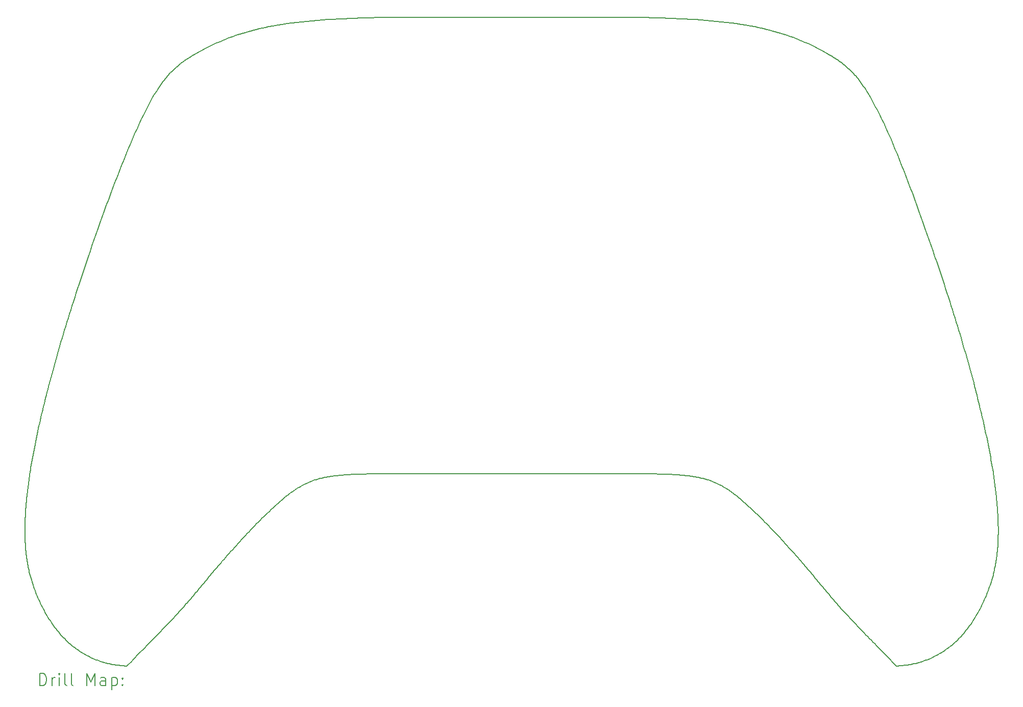
<source format=gbr>
%TF.GenerationSoftware,KiCad,Pcbnew,(6.0.10)*%
%TF.CreationDate,2024-03-15T22:27:44-04:00*%
%TF.ProjectId,RL2D,524c3244-2e6b-4696-9361-645f70636258,v0.6*%
%TF.SameCoordinates,Original*%
%TF.FileFunction,Drillmap*%
%TF.FilePolarity,Positive*%
%FSLAX45Y45*%
G04 Gerber Fmt 4.5, Leading zero omitted, Abs format (unit mm)*
G04 Created by KiCad (PCBNEW (6.0.10)) date 2024-03-15 22:27:44*
%MOMM*%
%LPD*%
G01*
G04 APERTURE LIST*
%ADD10C,0.200000*%
G04 APERTURE END LIST*
D10*
X6569091Y-11938975D02*
X6569020Y-11909967D01*
X6569137Y-11880850D01*
X6569439Y-11851620D01*
X6569925Y-11822277D01*
X6570595Y-11792816D01*
X6571447Y-11763235D01*
X6572481Y-11733532D01*
X6573694Y-11703705D01*
X6575086Y-11673750D01*
X6576656Y-11643665D01*
X6578403Y-11613447D01*
X6580325Y-11583095D01*
X6582422Y-11552605D01*
X6584692Y-11521975D01*
X6587134Y-11491202D01*
X6589747Y-11460284D01*
X6592530Y-11429218D01*
X6595481Y-11398002D01*
X6598601Y-11366633D01*
X6601886Y-11335108D01*
X6605337Y-11303426D01*
X6608953Y-11271582D01*
X6612731Y-11239576D01*
X6616671Y-11207404D01*
X6620772Y-11175064D01*
X6625033Y-11142552D01*
X6629452Y-11109868D01*
X6634029Y-11077007D01*
X6638762Y-11043968D01*
X6643650Y-11010748D01*
X6648693Y-10977344D01*
X6653888Y-10943755D01*
X11394624Y-11066164D02*
X11374560Y-11072550D01*
X11354726Y-11079218D01*
X11335108Y-11086173D01*
X11315691Y-11093418D01*
X11296460Y-11100957D01*
X11277402Y-11108795D01*
X11258502Y-11116935D01*
X11239744Y-11125383D01*
X11221115Y-11134142D01*
X11202600Y-11143216D01*
X11184185Y-11152609D01*
X11165855Y-11162327D01*
X11147594Y-11172372D01*
X11129390Y-11182750D01*
X11111227Y-11193463D01*
X11093091Y-11204518D01*
X11074967Y-11215916D01*
X11056841Y-11227664D01*
X11038698Y-11239765D01*
X11020524Y-11252223D01*
X11002304Y-11265042D01*
X10984024Y-11278227D01*
X10965668Y-11291782D01*
X10947223Y-11305710D01*
X10928675Y-11320017D01*
X10910007Y-11334706D01*
X10891207Y-11349782D01*
X10872259Y-11365248D01*
X10853149Y-11381109D01*
X10833862Y-11397369D01*
X10814384Y-11414033D01*
X10794700Y-11431103D01*
X19916428Y-4022419D02*
X19888069Y-4005709D01*
X19859121Y-3988991D01*
X19829576Y-3972280D01*
X19799424Y-3955589D01*
X19768659Y-3938933D01*
X19737270Y-3922326D01*
X19705250Y-3905782D01*
X19672590Y-3889315D01*
X19639281Y-3872939D01*
X19605315Y-3856669D01*
X19570684Y-3840517D01*
X19535378Y-3824499D01*
X19499390Y-3808629D01*
X19462711Y-3792920D01*
X19425332Y-3777387D01*
X19387245Y-3762044D01*
X19348441Y-3746905D01*
X19308912Y-3731984D01*
X19268649Y-3717295D01*
X19227644Y-3702852D01*
X19185889Y-3688670D01*
X19143374Y-3674762D01*
X19100091Y-3661143D01*
X19056032Y-3647826D01*
X19011187Y-3634827D01*
X18965550Y-3622158D01*
X18919111Y-3609834D01*
X18871861Y-3597869D01*
X18823792Y-3586277D01*
X18774896Y-3575073D01*
X18725164Y-3564270D01*
X18674588Y-3553882D01*
X18486273Y-11431103D02*
X18514151Y-11455651D01*
X18542432Y-11480966D01*
X18571088Y-11507014D01*
X18600090Y-11533758D01*
X18629411Y-11561161D01*
X18659023Y-11589188D01*
X18688897Y-11617803D01*
X18719007Y-11646969D01*
X18749323Y-11676650D01*
X18779819Y-11706810D01*
X18810466Y-11737413D01*
X18841236Y-11768423D01*
X18872101Y-11799803D01*
X18903034Y-11831518D01*
X18934006Y-11863531D01*
X18964989Y-11895806D01*
X18995956Y-11928307D01*
X19026879Y-11960998D01*
X19057729Y-11993842D01*
X19088480Y-12026804D01*
X19119101Y-12059848D01*
X19149567Y-12092936D01*
X19179849Y-12126034D01*
X19209919Y-12159104D01*
X19239748Y-12192111D01*
X19269310Y-12225019D01*
X19298576Y-12257791D01*
X19327519Y-12290392D01*
X19356110Y-12322784D01*
X19384321Y-12354933D01*
X19412124Y-12386801D01*
X19439493Y-12418354D01*
X22587443Y-12784614D02*
X22596043Y-12757497D01*
X22604271Y-12730490D01*
X22612134Y-12703585D01*
X22619638Y-12676777D01*
X22626791Y-12650058D01*
X22633598Y-12623423D01*
X22640068Y-12596865D01*
X22646207Y-12570378D01*
X22652021Y-12543954D01*
X22657517Y-12517588D01*
X22662703Y-12491273D01*
X22667585Y-12465003D01*
X22672169Y-12438770D01*
X22676463Y-12412569D01*
X22680474Y-12386394D01*
X22684208Y-12360237D01*
X22687672Y-12334092D01*
X22690873Y-12307953D01*
X22693818Y-12281813D01*
X22696513Y-12255666D01*
X22698966Y-12229505D01*
X22701183Y-12203324D01*
X22703171Y-12177116D01*
X22704936Y-12150875D01*
X22706487Y-12124594D01*
X22707828Y-12098267D01*
X22708968Y-12071888D01*
X22709914Y-12045449D01*
X22710671Y-12018945D01*
X22711246Y-11992369D01*
X22711648Y-11965714D01*
X22711881Y-11938975D01*
X13829378Y-10969709D02*
X13787517Y-10969525D01*
X13744827Y-10969322D01*
X13701358Y-10969103D01*
X13657156Y-10968871D01*
X13612271Y-10968630D01*
X13566752Y-10968382D01*
X13520647Y-10968130D01*
X13474003Y-10967878D01*
X13426871Y-10967628D01*
X13379297Y-10967384D01*
X13331332Y-10967149D01*
X13283022Y-10966926D01*
X13234418Y-10966718D01*
X13185566Y-10966528D01*
X13136516Y-10966359D01*
X13087317Y-10966214D01*
X13038015Y-10966096D01*
X12988662Y-10966009D01*
X12939303Y-10965955D01*
X12889989Y-10965938D01*
X12840767Y-10965961D01*
X12791686Y-10966026D01*
X12742795Y-10966137D01*
X12694142Y-10966297D01*
X12645775Y-10966509D01*
X12597744Y-10966776D01*
X12550095Y-10967102D01*
X12502879Y-10967488D01*
X12456143Y-10967939D01*
X12409936Y-10968457D01*
X12364307Y-10969046D01*
X12319303Y-10969709D01*
X21454251Y-14081241D02*
X21491952Y-14068212D01*
X21511011Y-14061148D01*
X21530193Y-14053716D01*
X21549488Y-14045912D01*
X21568884Y-14037735D01*
X21588371Y-14029183D01*
X21607938Y-14020253D01*
X21627573Y-14010943D01*
X21647265Y-14001252D01*
X21667004Y-13991176D01*
X21686779Y-13980715D01*
X21706577Y-13969865D01*
X21726390Y-13958625D01*
X21746204Y-13946992D01*
X21766010Y-13934964D01*
X21785796Y-13922540D01*
X21805551Y-13909716D01*
X21825265Y-13896491D01*
X21844925Y-13882863D01*
X21864522Y-13868830D01*
X21884044Y-13854389D01*
X21903480Y-13839538D01*
X21922819Y-13824275D01*
X21942050Y-13808598D01*
X21961162Y-13792505D01*
X21980144Y-13775994D01*
X21998985Y-13759062D01*
X22017674Y-13741707D01*
X22036199Y-13723928D01*
X22054551Y-13705722D01*
X22072717Y-13687086D01*
X22072717Y-13687086D02*
X22094084Y-13664348D01*
X22115167Y-13641023D01*
X22135962Y-13617133D01*
X22156461Y-13592703D01*
X22176659Y-13567756D01*
X22196550Y-13542316D01*
X22216130Y-13516406D01*
X22235391Y-13490049D01*
X22254329Y-13463269D01*
X22272937Y-13436090D01*
X22291210Y-13408535D01*
X22309143Y-13380627D01*
X22326729Y-13352390D01*
X22343963Y-13323847D01*
X22360839Y-13295023D01*
X22377351Y-13265940D01*
X22393494Y-13236622D01*
X22409262Y-13207092D01*
X22424649Y-13177374D01*
X22439650Y-13147492D01*
X22454259Y-13117468D01*
X22468470Y-13087327D01*
X22482277Y-13057092D01*
X22495675Y-13026786D01*
X22508659Y-12996433D01*
X22521221Y-12966056D01*
X22533357Y-12935679D01*
X22545061Y-12905326D01*
X22556328Y-12875019D01*
X22567150Y-12844782D01*
X22577524Y-12814640D01*
X22587443Y-12784614D01*
X12319303Y-10969709D02*
X12284457Y-10970284D01*
X12250023Y-10970916D01*
X12215998Y-10971615D01*
X12182380Y-10972392D01*
X12149166Y-10973255D01*
X12116353Y-10974217D01*
X12083938Y-10975285D01*
X12051918Y-10976471D01*
X12020291Y-10977784D01*
X11989053Y-10979234D01*
X11958202Y-10980832D01*
X11927735Y-10982587D01*
X11897649Y-10984510D01*
X11867941Y-10986610D01*
X11838608Y-10988898D01*
X11809648Y-10991382D01*
X11781058Y-10994075D01*
X11752834Y-10996985D01*
X11724974Y-11000122D01*
X11697476Y-11003497D01*
X11670336Y-11007119D01*
X11643551Y-11010999D01*
X11617118Y-11015146D01*
X11591036Y-11019571D01*
X11565300Y-11024283D01*
X11539908Y-11029293D01*
X11514858Y-11034611D01*
X11490146Y-11040246D01*
X11465769Y-11046209D01*
X11441725Y-11052510D01*
X11418011Y-11059158D01*
X11394624Y-11066164D01*
X9178582Y-13199528D02*
X9154784Y-13226000D01*
X9130744Y-13252516D01*
X9106456Y-13279094D01*
X9081911Y-13305753D01*
X9057101Y-13332510D01*
X9032018Y-13359384D01*
X9006653Y-13386394D01*
X8980999Y-13413558D01*
X8955047Y-13440895D01*
X8928789Y-13468422D01*
X8902217Y-13496158D01*
X8875322Y-13524122D01*
X8848098Y-13552332D01*
X8820534Y-13580806D01*
X8792625Y-13609563D01*
X8764360Y-13638621D01*
X8735732Y-13667999D01*
X8706733Y-13697715D01*
X8677355Y-13727787D01*
X8647589Y-13758233D01*
X8617428Y-13789073D01*
X8586862Y-13820324D01*
X8555885Y-13852006D01*
X8524488Y-13884135D01*
X8492662Y-13916731D01*
X8460400Y-13949813D01*
X8427693Y-13983398D01*
X8394534Y-14017504D01*
X8360913Y-14052151D01*
X8326823Y-14087357D01*
X8292257Y-14123140D01*
X8257204Y-14159518D01*
X21660972Y-7366000D02*
X21629762Y-7274547D01*
X21597967Y-7181954D01*
X21565618Y-7088371D01*
X21532748Y-6993949D01*
X21499389Y-6898839D01*
X21465573Y-6803192D01*
X21431331Y-6707158D01*
X21396695Y-6610888D01*
X21361698Y-6514533D01*
X21326372Y-6418243D01*
X21290748Y-6322171D01*
X21254858Y-6226465D01*
X21218735Y-6131278D01*
X21182410Y-6036759D01*
X21145915Y-5943060D01*
X21109283Y-5850331D01*
X21072544Y-5758723D01*
X21035732Y-5668388D01*
X20998878Y-5579475D01*
X20962013Y-5492135D01*
X20925171Y-5406520D01*
X20888383Y-5322779D01*
X20851680Y-5241065D01*
X20815096Y-5161527D01*
X20778661Y-5084316D01*
X20742408Y-5009584D01*
X20706368Y-4937480D01*
X20670574Y-4868156D01*
X20635058Y-4801763D01*
X20599852Y-4738450D01*
X20564987Y-4678370D01*
X20530495Y-4621673D01*
X8257204Y-14159518D02*
X8231274Y-14156915D01*
X8205323Y-14154260D01*
X8179330Y-14151498D01*
X8153269Y-14148575D01*
X8127118Y-14145438D01*
X8100853Y-14142031D01*
X8074450Y-14138301D01*
X8047886Y-14134193D01*
X8021136Y-14129654D01*
X7994178Y-14124629D01*
X7966987Y-14119064D01*
X7939541Y-14112904D01*
X7911814Y-14106096D01*
X7883785Y-14098586D01*
X7855428Y-14090319D01*
X7826722Y-14081241D01*
X15903565Y-3394869D02*
X15847349Y-3394975D01*
X15791710Y-3395094D01*
X15736700Y-3395224D01*
X15682368Y-3395366D01*
X15628765Y-3395518D01*
X15575941Y-3395680D01*
X15523946Y-3395850D01*
X15472831Y-3396027D01*
X15422645Y-3396212D01*
X15373439Y-3396402D01*
X15325263Y-3396597D01*
X15278167Y-3396796D01*
X15232202Y-3396999D01*
X15187418Y-3397203D01*
X15143864Y-3397409D01*
X15101593Y-3397616D01*
X15060652Y-3397822D01*
X15021093Y-3398027D01*
X14982967Y-3398230D01*
X14946322Y-3398429D01*
X14911210Y-3398625D01*
X14877681Y-3398816D01*
X14845784Y-3399001D01*
X14815571Y-3399179D01*
X14787091Y-3399350D01*
X14760395Y-3399513D01*
X14735532Y-3399666D01*
X14712554Y-3399809D01*
X14691510Y-3399941D01*
X14655426Y-3400168D01*
X14640486Y-3400262D01*
X9364545Y-4022419D02*
X9392904Y-4005709D01*
X9421851Y-3988991D01*
X9451397Y-3972280D01*
X9481548Y-3955589D01*
X9512314Y-3938933D01*
X9543702Y-3922326D01*
X9575723Y-3905782D01*
X9608383Y-3889315D01*
X9641691Y-3872939D01*
X9675657Y-3856669D01*
X9710289Y-3840517D01*
X9745594Y-3824499D01*
X9781582Y-3808629D01*
X9818262Y-3792920D01*
X9855640Y-3777387D01*
X9893728Y-3762044D01*
X9932531Y-3746905D01*
X9972060Y-3731984D01*
X10012323Y-3717295D01*
X10053328Y-3702852D01*
X10095084Y-3688670D01*
X10137599Y-3674762D01*
X10180882Y-3661143D01*
X10224941Y-3647826D01*
X10269785Y-3634827D01*
X10315422Y-3622158D01*
X10361862Y-3609834D01*
X10409111Y-3597869D01*
X10457180Y-3586277D01*
X10506076Y-3575073D01*
X10555808Y-3564270D01*
X10606385Y-3553882D01*
X7826722Y-14081241D02*
X7789020Y-14068212D01*
X7769961Y-14061148D01*
X7750779Y-14053716D01*
X7731485Y-14045912D01*
X7712088Y-14037735D01*
X7692601Y-14029183D01*
X7673035Y-14020253D01*
X7653400Y-14010943D01*
X7633707Y-14001252D01*
X7613968Y-13991176D01*
X7594194Y-13980715D01*
X7574395Y-13969865D01*
X7554583Y-13958625D01*
X7534768Y-13946992D01*
X7514962Y-13934964D01*
X7495176Y-13922540D01*
X7475421Y-13909716D01*
X7455708Y-13896491D01*
X7436047Y-13882863D01*
X7416450Y-13868830D01*
X7396928Y-13854389D01*
X7377492Y-13839538D01*
X7358153Y-13824275D01*
X7338922Y-13808598D01*
X7319810Y-13792505D01*
X7300828Y-13775994D01*
X7281987Y-13759062D01*
X7263299Y-13741707D01*
X7244773Y-13723928D01*
X7226422Y-13705722D01*
X7208256Y-13687086D01*
X9841480Y-12418354D02*
X9818199Y-12445339D01*
X9795248Y-12472069D01*
X9772609Y-12498554D01*
X9750268Y-12524803D01*
X9728207Y-12550824D01*
X9706410Y-12576625D01*
X9684860Y-12602217D01*
X9663542Y-12627607D01*
X9642438Y-12652805D01*
X9621533Y-12677819D01*
X9600809Y-12702658D01*
X9580251Y-12727331D01*
X9559842Y-12751847D01*
X9539566Y-12776214D01*
X9519406Y-12800442D01*
X9499346Y-12824540D01*
X9479369Y-12848515D01*
X9459459Y-12872378D01*
X9439600Y-12896136D01*
X9419776Y-12919799D01*
X9399969Y-12943375D01*
X9380164Y-12966874D01*
X9360344Y-12990303D01*
X9340492Y-13013673D01*
X9320593Y-13036991D01*
X9300629Y-13060267D01*
X9280585Y-13083510D01*
X9260444Y-13106727D01*
X9240190Y-13129929D01*
X9219805Y-13153124D01*
X9199275Y-13176320D01*
X9178582Y-13199528D01*
X14640486Y-10969709D02*
X14617633Y-10969773D01*
X14594767Y-10969837D01*
X14571873Y-10969900D01*
X14548936Y-10969961D01*
X14525942Y-10970021D01*
X14502875Y-10970080D01*
X14479721Y-10970135D01*
X14456466Y-10970189D01*
X14433094Y-10970239D01*
X14409590Y-10970286D01*
X14385941Y-10970329D01*
X14362130Y-10970368D01*
X14338144Y-10970402D01*
X14313967Y-10970431D01*
X14289585Y-10970456D01*
X14264983Y-10970474D01*
X14240147Y-10970487D01*
X14215060Y-10970493D01*
X14189710Y-10970493D01*
X14164080Y-10970485D01*
X14138157Y-10970470D01*
X14111924Y-10970448D01*
X14085369Y-10970417D01*
X14058475Y-10970377D01*
X14031228Y-10970329D01*
X14003614Y-10970271D01*
X13975617Y-10970204D01*
X13947223Y-10970126D01*
X13918417Y-10970038D01*
X13889184Y-10969940D01*
X13859509Y-10969830D01*
X13829378Y-10969709D01*
X8750477Y-4621673D02*
X8768860Y-4592630D01*
X8787141Y-4564577D01*
X8805336Y-4537480D01*
X8823459Y-4511308D01*
X8841527Y-4486028D01*
X8859554Y-4461608D01*
X8877557Y-4438015D01*
X8895550Y-4415217D01*
X8913549Y-4393181D01*
X8931569Y-4371876D01*
X8949626Y-4351269D01*
X8967735Y-4331327D01*
X8985912Y-4312018D01*
X9004171Y-4293311D01*
X9022529Y-4275171D01*
X9041000Y-4257568D01*
X9059600Y-4240468D01*
X9078345Y-4223840D01*
X9097249Y-4207651D01*
X9116328Y-4191869D01*
X9135598Y-4176460D01*
X9155074Y-4161394D01*
X9174771Y-4146637D01*
X9194705Y-4132158D01*
X9214891Y-4117923D01*
X9235345Y-4103901D01*
X9256081Y-4090059D01*
X9277116Y-4076365D01*
X9298464Y-4062786D01*
X9320141Y-4049290D01*
X9342163Y-4035845D01*
X9364545Y-4022419D01*
X22627084Y-10943755D02*
X22620609Y-10902945D01*
X22613915Y-10861864D01*
X22607003Y-10820515D01*
X22599875Y-10778901D01*
X22592534Y-10737026D01*
X22584982Y-10694892D01*
X22577219Y-10652504D01*
X22569249Y-10609865D01*
X22561074Y-10566978D01*
X22552694Y-10523846D01*
X22544113Y-10480474D01*
X22535331Y-10436864D01*
X22526352Y-10393020D01*
X22517176Y-10348946D01*
X22507806Y-10304645D01*
X22498244Y-10260119D01*
X22488492Y-10215374D01*
X22478552Y-10170411D01*
X22468425Y-10125235D01*
X22458113Y-10079849D01*
X22447619Y-10034256D01*
X22436945Y-9988460D01*
X22426091Y-9942465D01*
X22415062Y-9896273D01*
X22403857Y-9849888D01*
X22392479Y-9803313D01*
X22380931Y-9756553D01*
X22369214Y-9709610D01*
X22357329Y-9662487D01*
X22345280Y-9615189D01*
X22333067Y-9567719D01*
X22320693Y-9520079D01*
X10794700Y-11431103D02*
X10766821Y-11455651D01*
X10738540Y-11480966D01*
X10709885Y-11507014D01*
X10680883Y-11533758D01*
X10651562Y-11561161D01*
X10621950Y-11589188D01*
X10592075Y-11617803D01*
X10561966Y-11646969D01*
X10531649Y-11676650D01*
X10501153Y-11706810D01*
X10470506Y-11737413D01*
X10439736Y-11768423D01*
X10408871Y-11799803D01*
X10377939Y-11831518D01*
X10346966Y-11863531D01*
X10315983Y-11895806D01*
X10285016Y-11928307D01*
X10254093Y-11960998D01*
X10223243Y-11993842D01*
X10192493Y-12026804D01*
X10161871Y-12059848D01*
X10131405Y-12092936D01*
X10101124Y-12126034D01*
X10071054Y-12159104D01*
X10041224Y-12192111D01*
X10011662Y-12225019D01*
X9982396Y-12257791D01*
X9953454Y-12290392D01*
X9924863Y-12322784D01*
X9896652Y-12354933D01*
X9868848Y-12386801D01*
X9841480Y-12418354D01*
X6960279Y-9520079D02*
X6975893Y-9460591D01*
X6991761Y-9400824D01*
X7007889Y-9340756D01*
X7024284Y-9280363D01*
X7040953Y-9219624D01*
X7057903Y-9158516D01*
X7075141Y-9097017D01*
X7092675Y-9035102D01*
X7110510Y-8972751D01*
X7128654Y-8909940D01*
X7147113Y-8846647D01*
X7165896Y-8782849D01*
X7185008Y-8718523D01*
X7204456Y-8653647D01*
X7224249Y-8588198D01*
X7244391Y-8522154D01*
X7264891Y-8455491D01*
X7285756Y-8388188D01*
X7306992Y-8320222D01*
X7328606Y-8251570D01*
X7350605Y-8182209D01*
X7372996Y-8112116D01*
X7395786Y-8041270D01*
X7418982Y-7969648D01*
X7442591Y-7897226D01*
X7466620Y-7823983D01*
X7491076Y-7749895D01*
X7515966Y-7674941D01*
X7541296Y-7599097D01*
X7567074Y-7522340D01*
X7593306Y-7444649D01*
X7620000Y-7366000D01*
X6653888Y-10943755D02*
X6660363Y-10902945D01*
X6667058Y-10861864D01*
X6673970Y-10820515D01*
X6681097Y-10778901D01*
X6688438Y-10737026D01*
X6695991Y-10694892D01*
X6703753Y-10652504D01*
X6711723Y-10609865D01*
X6719899Y-10566978D01*
X6728278Y-10523846D01*
X6736860Y-10480474D01*
X6745641Y-10436864D01*
X6754621Y-10393020D01*
X6763796Y-10348946D01*
X6773166Y-10304645D01*
X6782728Y-10260119D01*
X6792480Y-10215374D01*
X6802421Y-10170411D01*
X6812548Y-10125235D01*
X6822859Y-10079849D01*
X6833353Y-10034256D01*
X6844028Y-9988460D01*
X6854881Y-9942465D01*
X6865911Y-9896273D01*
X6877115Y-9849888D01*
X6888493Y-9803313D01*
X6900041Y-9756553D01*
X6911759Y-9709610D01*
X6923643Y-9662487D01*
X6935693Y-9615189D01*
X6947905Y-9567719D01*
X6960279Y-9520079D01*
X20530495Y-4621673D02*
X20512112Y-4592630D01*
X20493831Y-4564577D01*
X20475637Y-4537480D01*
X20457513Y-4511308D01*
X20439446Y-4486028D01*
X20421418Y-4461608D01*
X20403416Y-4438015D01*
X20385422Y-4415217D01*
X20367423Y-4393181D01*
X20349403Y-4371876D01*
X20331346Y-4351269D01*
X20313237Y-4331327D01*
X20295060Y-4312018D01*
X20276801Y-4293311D01*
X20258444Y-4275171D01*
X20239972Y-4257568D01*
X20221372Y-4240468D01*
X20202628Y-4223840D01*
X20183723Y-4207651D01*
X20164644Y-4191869D01*
X20145374Y-4176460D01*
X20125898Y-4161394D01*
X20106201Y-4146637D01*
X20086267Y-4132158D01*
X20066081Y-4117923D01*
X20045627Y-4103901D01*
X20024891Y-4090059D01*
X20003856Y-4076365D01*
X19982508Y-4062786D01*
X19960831Y-4049290D01*
X19938809Y-4035845D01*
X19916428Y-4022419D01*
X20102390Y-13199528D02*
X20126189Y-13226000D01*
X20150228Y-13252516D01*
X20174516Y-13279094D01*
X20199061Y-13305753D01*
X20223871Y-13332510D01*
X20248955Y-13359384D01*
X20274319Y-13386394D01*
X20299974Y-13413558D01*
X20325926Y-13440895D01*
X20352184Y-13468422D01*
X20378756Y-13496158D01*
X20405650Y-13524122D01*
X20432875Y-13552332D01*
X20460438Y-13580806D01*
X20488348Y-13609563D01*
X20516613Y-13638621D01*
X20545240Y-13667999D01*
X20574239Y-13697715D01*
X20603618Y-13727787D01*
X20633383Y-13758233D01*
X20663545Y-13789073D01*
X20694110Y-13820324D01*
X20725087Y-13852006D01*
X20756485Y-13884135D01*
X20788310Y-13916731D01*
X20820572Y-13949813D01*
X20853279Y-13983398D01*
X20886439Y-14017504D01*
X20920059Y-14052151D01*
X20954149Y-14087357D01*
X20988716Y-14123140D01*
X21023768Y-14159518D01*
X7208256Y-13687086D02*
X7186888Y-13664348D01*
X7165805Y-13641023D01*
X7145011Y-13617133D01*
X7124512Y-13592703D01*
X7104314Y-13567756D01*
X7084422Y-13542316D01*
X7064843Y-13516406D01*
X7045581Y-13490049D01*
X7026644Y-13463269D01*
X7008035Y-13436090D01*
X6989762Y-13408535D01*
X6971829Y-13380627D01*
X6954243Y-13352390D01*
X6937009Y-13323847D01*
X6920133Y-13295023D01*
X6903621Y-13265940D01*
X6887478Y-13236622D01*
X6871710Y-13207092D01*
X6856323Y-13177374D01*
X6841322Y-13147492D01*
X6826713Y-13117468D01*
X6812502Y-13087327D01*
X6798695Y-13057092D01*
X6785297Y-13026786D01*
X6772314Y-12996433D01*
X6759751Y-12966056D01*
X6747615Y-12935679D01*
X6735911Y-12905326D01*
X6724645Y-12875019D01*
X6713822Y-12844782D01*
X6703448Y-12814640D01*
X6693530Y-12784614D01*
X7620000Y-7366000D02*
X7651210Y-7274547D01*
X7683005Y-7181954D01*
X7715354Y-7088371D01*
X7748224Y-6993949D01*
X7781583Y-6898839D01*
X7815400Y-6803192D01*
X7849642Y-6707158D01*
X7884277Y-6610888D01*
X7919274Y-6514533D01*
X7954600Y-6418243D01*
X7990224Y-6322171D01*
X8026114Y-6226465D01*
X8062237Y-6131278D01*
X8098562Y-6036759D01*
X8135057Y-5943060D01*
X8171690Y-5850331D01*
X8208428Y-5758723D01*
X8245240Y-5668388D01*
X8282095Y-5579475D01*
X8318959Y-5492135D01*
X8355801Y-5406520D01*
X8392590Y-5322779D01*
X8429292Y-5241065D01*
X8465877Y-5161527D01*
X8502312Y-5084316D01*
X8538565Y-5009584D01*
X8574604Y-4937480D01*
X8610398Y-4868156D01*
X8645914Y-4801763D01*
X8681121Y-4738450D01*
X8715986Y-4678370D01*
X8750477Y-4621673D01*
X21023768Y-14159518D02*
X21049699Y-14156915D01*
X21075649Y-14154260D01*
X21101642Y-14151498D01*
X21127703Y-14148575D01*
X21153854Y-14145438D01*
X21180119Y-14142031D01*
X21206522Y-14138301D01*
X21233087Y-14134193D01*
X21259836Y-14129654D01*
X21286794Y-14124629D01*
X21313985Y-14119064D01*
X21341432Y-14112904D01*
X21369158Y-14106096D01*
X21397187Y-14098586D01*
X21425544Y-14090319D01*
X21454251Y-14081241D01*
X22320693Y-9520079D02*
X22305079Y-9460591D01*
X22289211Y-9400824D01*
X22273084Y-9340756D01*
X22256689Y-9280363D01*
X22240019Y-9219624D01*
X22223069Y-9158516D01*
X22205831Y-9097017D01*
X22188298Y-9035102D01*
X22170463Y-8972751D01*
X22152319Y-8909940D01*
X22133859Y-8846647D01*
X22115077Y-8782849D01*
X22095964Y-8718523D01*
X22076516Y-8653647D01*
X22056724Y-8588198D01*
X22036581Y-8522154D01*
X22016081Y-8455491D01*
X21995216Y-8388188D01*
X21973981Y-8320222D01*
X21952367Y-8251570D01*
X21930368Y-8182209D01*
X21907976Y-8112116D01*
X21885186Y-8041270D01*
X21861990Y-7969648D01*
X21838381Y-7897226D01*
X21814352Y-7823983D01*
X21789896Y-7749895D01*
X21765007Y-7674941D01*
X21739676Y-7599097D01*
X21713899Y-7522340D01*
X21687666Y-7444649D01*
X21660972Y-7366000D01*
X16961669Y-10969709D02*
X16996515Y-10970284D01*
X17030950Y-10970916D01*
X17064974Y-10971615D01*
X17098592Y-10972392D01*
X17131806Y-10973255D01*
X17164619Y-10974217D01*
X17197034Y-10975285D01*
X17229054Y-10976471D01*
X17260681Y-10977784D01*
X17291919Y-10979234D01*
X17322770Y-10980832D01*
X17353237Y-10982587D01*
X17383323Y-10984510D01*
X17413031Y-10986610D01*
X17442364Y-10988898D01*
X17471324Y-10991382D01*
X17499914Y-10994075D01*
X17528138Y-10996985D01*
X17555998Y-11000122D01*
X17583496Y-11003497D01*
X17610637Y-11007119D01*
X17637422Y-11010999D01*
X17663854Y-11015146D01*
X17689936Y-11019571D01*
X17715672Y-11024283D01*
X17741064Y-11029293D01*
X17766114Y-11034611D01*
X17790826Y-11040246D01*
X17815203Y-11046209D01*
X17839247Y-11052510D01*
X17862961Y-11059158D01*
X17886348Y-11066164D01*
X13377407Y-3394869D02*
X13433624Y-3394975D01*
X13489262Y-3395094D01*
X13544272Y-3395224D01*
X13598604Y-3395366D01*
X13652207Y-3395518D01*
X13705031Y-3395680D01*
X13757026Y-3395850D01*
X13808142Y-3396027D01*
X13858328Y-3396212D01*
X13907534Y-3396402D01*
X13955710Y-3396597D01*
X14002805Y-3396796D01*
X14048770Y-3396999D01*
X14093555Y-3397203D01*
X14137108Y-3397409D01*
X14179380Y-3397616D01*
X14220320Y-3397822D01*
X14259879Y-3398027D01*
X14298006Y-3398230D01*
X14334650Y-3398429D01*
X14369762Y-3398625D01*
X14403291Y-3398816D01*
X14435188Y-3399001D01*
X14465401Y-3399179D01*
X14493881Y-3399350D01*
X14520577Y-3399513D01*
X14545440Y-3399666D01*
X14568418Y-3399809D01*
X14589462Y-3399941D01*
X14625546Y-3400168D01*
X14640486Y-3400262D01*
X14640486Y-10969709D02*
X14663339Y-10969773D01*
X14686205Y-10969837D01*
X14709099Y-10969900D01*
X14732036Y-10969961D01*
X14755030Y-10970021D01*
X14778097Y-10970080D01*
X14801251Y-10970135D01*
X14824506Y-10970189D01*
X14847878Y-10970239D01*
X14871382Y-10970286D01*
X14895032Y-10970329D01*
X14918842Y-10970368D01*
X14942828Y-10970402D01*
X14967005Y-10970431D01*
X14991387Y-10970456D01*
X15015989Y-10970474D01*
X15040826Y-10970487D01*
X15065912Y-10970493D01*
X15091262Y-10970493D01*
X15116892Y-10970485D01*
X15142816Y-10970470D01*
X15169048Y-10970448D01*
X15195603Y-10970417D01*
X15222497Y-10970377D01*
X15249744Y-10970329D01*
X15277358Y-10970271D01*
X15305355Y-10970204D01*
X15333749Y-10970126D01*
X15362556Y-10970038D01*
X15391789Y-10969940D01*
X15421463Y-10969830D01*
X15451594Y-10969709D01*
X6693530Y-12784614D02*
X6684929Y-12757497D01*
X6676701Y-12730490D01*
X6668838Y-12703585D01*
X6661334Y-12676777D01*
X6654181Y-12650058D01*
X6647374Y-12623423D01*
X6640904Y-12596865D01*
X6634766Y-12570378D01*
X6628951Y-12543954D01*
X6623455Y-12517588D01*
X6618269Y-12491273D01*
X6613388Y-12465003D01*
X6608803Y-12438770D01*
X6604509Y-12412569D01*
X6600498Y-12386394D01*
X6596764Y-12360237D01*
X6593300Y-12334092D01*
X6590099Y-12307953D01*
X6587154Y-12281813D01*
X6584459Y-12255666D01*
X6582006Y-12229505D01*
X6579790Y-12203324D01*
X6577802Y-12177116D01*
X6576036Y-12150875D01*
X6574486Y-12124594D01*
X6573144Y-12098267D01*
X6572004Y-12071888D01*
X6571059Y-12045449D01*
X6570302Y-12018945D01*
X6569726Y-11992369D01*
X6569325Y-11965714D01*
X6569091Y-11938975D01*
X18674588Y-3553882D02*
X18599959Y-3539613D01*
X18523638Y-3526215D01*
X18445717Y-3513661D01*
X18366288Y-3501924D01*
X18285443Y-3490977D01*
X18203275Y-3480792D01*
X18119875Y-3471344D01*
X18035335Y-3462604D01*
X17949747Y-3454545D01*
X17863203Y-3447140D01*
X17775795Y-3440363D01*
X17687615Y-3434185D01*
X17598755Y-3428581D01*
X17509308Y-3423522D01*
X17419364Y-3418982D01*
X17329016Y-3414933D01*
X17238356Y-3411349D01*
X17147477Y-3408202D01*
X17056469Y-3405465D01*
X16965425Y-3403112D01*
X16874437Y-3401114D01*
X16783596Y-3399445D01*
X16692996Y-3398077D01*
X16602728Y-3396984D01*
X16512883Y-3396139D01*
X16423554Y-3395514D01*
X16334833Y-3395082D01*
X16246812Y-3394816D01*
X16159583Y-3394688D01*
X16073237Y-3394673D01*
X15987867Y-3394742D01*
X15903565Y-3394869D01*
X15451594Y-10969709D02*
X15493455Y-10969525D01*
X15536145Y-10969322D01*
X15579615Y-10969103D01*
X15623816Y-10968871D01*
X15668701Y-10968630D01*
X15714220Y-10968382D01*
X15760326Y-10968130D01*
X15806969Y-10967878D01*
X15854102Y-10967628D01*
X15901675Y-10967384D01*
X15949640Y-10967149D01*
X15997950Y-10966926D01*
X16046554Y-10966718D01*
X16095406Y-10966528D01*
X16144456Y-10966359D01*
X16193656Y-10966214D01*
X16242957Y-10966096D01*
X16292311Y-10966009D01*
X16341669Y-10965955D01*
X16390983Y-10965938D01*
X16440205Y-10965961D01*
X16489286Y-10966026D01*
X16538177Y-10966137D01*
X16586830Y-10966297D01*
X16635197Y-10966509D01*
X16683229Y-10966776D01*
X16730877Y-10967102D01*
X16778093Y-10967488D01*
X16824829Y-10967939D01*
X16871036Y-10968457D01*
X16916665Y-10969046D01*
X16961669Y-10969709D01*
X10606385Y-3553882D02*
X10681014Y-3539613D01*
X10757335Y-3526215D01*
X10835256Y-3513661D01*
X10914684Y-3501924D01*
X10995529Y-3490977D01*
X11077697Y-3480792D01*
X11161098Y-3471344D01*
X11245638Y-3462604D01*
X11331226Y-3454545D01*
X11417769Y-3447140D01*
X11505177Y-3440363D01*
X11593357Y-3434185D01*
X11682217Y-3428581D01*
X11771665Y-3423522D01*
X11861608Y-3418982D01*
X11951956Y-3414933D01*
X12042616Y-3411349D01*
X12133496Y-3408202D01*
X12224504Y-3405465D01*
X12315548Y-3403112D01*
X12406536Y-3401114D01*
X12497376Y-3399445D01*
X12587976Y-3398077D01*
X12678245Y-3396984D01*
X12768089Y-3396139D01*
X12857418Y-3395514D01*
X12946139Y-3395082D01*
X13034160Y-3394816D01*
X13121390Y-3394688D01*
X13207735Y-3394673D01*
X13293105Y-3394742D01*
X13377407Y-3394869D01*
X17886348Y-11066164D02*
X17906413Y-11072550D01*
X17926246Y-11079218D01*
X17945865Y-11086173D01*
X17965282Y-11093418D01*
X17984512Y-11100957D01*
X18003570Y-11108795D01*
X18022471Y-11116935D01*
X18041228Y-11125383D01*
X18059857Y-11134142D01*
X18078372Y-11143216D01*
X18096787Y-11152609D01*
X18115118Y-11162327D01*
X18133378Y-11172372D01*
X18151582Y-11182750D01*
X18169745Y-11193463D01*
X18187881Y-11204518D01*
X18206005Y-11215916D01*
X18224131Y-11227664D01*
X18242274Y-11239765D01*
X18260448Y-11252223D01*
X18278668Y-11265042D01*
X18296949Y-11278227D01*
X18315304Y-11291782D01*
X18333749Y-11305710D01*
X18352298Y-11320017D01*
X18370965Y-11334706D01*
X18389766Y-11349782D01*
X18408714Y-11365248D01*
X18427824Y-11381109D01*
X18447111Y-11397369D01*
X18466589Y-11414033D01*
X18486273Y-11431103D01*
X19439493Y-12418354D02*
X19462774Y-12445339D01*
X19485725Y-12472069D01*
X19508363Y-12498554D01*
X19530704Y-12524803D01*
X19552765Y-12550824D01*
X19574562Y-12576625D01*
X19596112Y-12602217D01*
X19617431Y-12627607D01*
X19638534Y-12652805D01*
X19659440Y-12677819D01*
X19680163Y-12702658D01*
X19700722Y-12727331D01*
X19721130Y-12751847D01*
X19741407Y-12776214D01*
X19761567Y-12800442D01*
X19781627Y-12824540D01*
X19801604Y-12848515D01*
X19821513Y-12872378D01*
X19841372Y-12896136D01*
X19861197Y-12919799D01*
X19881003Y-12943375D01*
X19900809Y-12966874D01*
X19920629Y-12990303D01*
X19940480Y-13013673D01*
X19960380Y-13036991D01*
X19980343Y-13060267D01*
X20000387Y-13083510D01*
X20020528Y-13106727D01*
X20040783Y-13129929D01*
X20061167Y-13153124D01*
X20081697Y-13176320D01*
X20102390Y-13199528D01*
X22711881Y-11938975D02*
X22711952Y-11909967D01*
X22711836Y-11880850D01*
X22711534Y-11851620D01*
X22711047Y-11822277D01*
X22710377Y-11792816D01*
X22709525Y-11763235D01*
X22708492Y-11733532D01*
X22707278Y-11703705D01*
X22705886Y-11673750D01*
X22704316Y-11643665D01*
X22702569Y-11613447D01*
X22700647Y-11583095D01*
X22698550Y-11552605D01*
X22696280Y-11521975D01*
X22693838Y-11491202D01*
X22691225Y-11460284D01*
X22688442Y-11429218D01*
X22685491Y-11398002D01*
X22682372Y-11366633D01*
X22679086Y-11335108D01*
X22675635Y-11303426D01*
X22672020Y-11271582D01*
X22668241Y-11239576D01*
X22664301Y-11207404D01*
X22660200Y-11175064D01*
X22655939Y-11142552D01*
X22651520Y-11109868D01*
X22646943Y-11077007D01*
X22642210Y-11043968D01*
X22637322Y-11010748D01*
X22632279Y-10977344D01*
X22627084Y-10943755D01*
X6814957Y-14479994D02*
X6814957Y-14279994D01*
X6862576Y-14279994D01*
X6891147Y-14289518D01*
X6910195Y-14308565D01*
X6919719Y-14327613D01*
X6929242Y-14365708D01*
X6929242Y-14394280D01*
X6919719Y-14432375D01*
X6910195Y-14451423D01*
X6891147Y-14470470D01*
X6862576Y-14479994D01*
X6814957Y-14479994D01*
X7014957Y-14479994D02*
X7014957Y-14346661D01*
X7014957Y-14384756D02*
X7024481Y-14365708D01*
X7034004Y-14356184D01*
X7053052Y-14346661D01*
X7072100Y-14346661D01*
X7138766Y-14479994D02*
X7138766Y-14346661D01*
X7138766Y-14279994D02*
X7129242Y-14289518D01*
X7138766Y-14299042D01*
X7148290Y-14289518D01*
X7138766Y-14279994D01*
X7138766Y-14299042D01*
X7262576Y-14479994D02*
X7243528Y-14470470D01*
X7234004Y-14451423D01*
X7234004Y-14279994D01*
X7367338Y-14479994D02*
X7348290Y-14470470D01*
X7338766Y-14451423D01*
X7338766Y-14279994D01*
X7595909Y-14479994D02*
X7595909Y-14279994D01*
X7662576Y-14422851D01*
X7729242Y-14279994D01*
X7729242Y-14479994D01*
X7910195Y-14479994D02*
X7910195Y-14375232D01*
X7900671Y-14356184D01*
X7881623Y-14346661D01*
X7843528Y-14346661D01*
X7824481Y-14356184D01*
X7910195Y-14470470D02*
X7891147Y-14479994D01*
X7843528Y-14479994D01*
X7824481Y-14470470D01*
X7814957Y-14451423D01*
X7814957Y-14432375D01*
X7824481Y-14413327D01*
X7843528Y-14403804D01*
X7891147Y-14403804D01*
X7910195Y-14394280D01*
X8005433Y-14346661D02*
X8005433Y-14546661D01*
X8005433Y-14356184D02*
X8024481Y-14346661D01*
X8062576Y-14346661D01*
X8081623Y-14356184D01*
X8091147Y-14365708D01*
X8100671Y-14384756D01*
X8100671Y-14441899D01*
X8091147Y-14460946D01*
X8081623Y-14470470D01*
X8062576Y-14479994D01*
X8024481Y-14479994D01*
X8005433Y-14470470D01*
X8186385Y-14460946D02*
X8195909Y-14470470D01*
X8186385Y-14479994D01*
X8176862Y-14470470D01*
X8186385Y-14460946D01*
X8186385Y-14479994D01*
X8186385Y-14356184D02*
X8195909Y-14365708D01*
X8186385Y-14375232D01*
X8176862Y-14365708D01*
X8186385Y-14356184D01*
X8186385Y-14375232D01*
M02*

</source>
